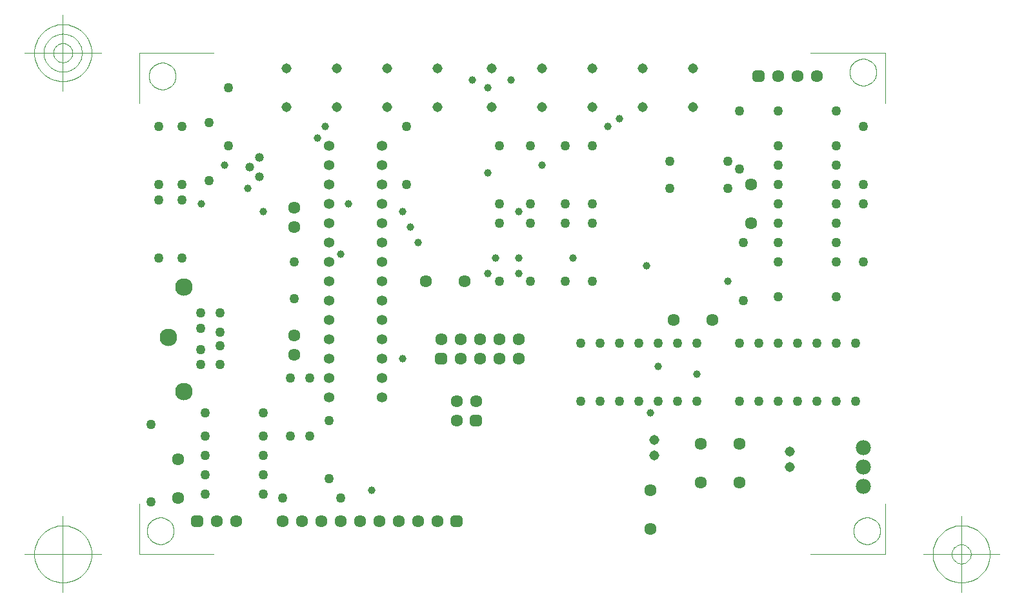
<source format=gbr>
G04 Generated by Ultiboard *
%FSLAX25Y25*%
%MOIN*%

%ADD10C,0.00004*%
%ADD12C,0.00394*%
%ADD13C,0.03937*%
%ADD14C,0.06334*%
%ADD17C,0.05000*%
%ADD18C,0.05166*%
%ADD19C,0.04943*%
%ADD20C,0.09055*%
%ADD21C,0.05337*%
%ADD15R,0.02083X0.02083*%
%ADD16C,0.03917*%
%ADD22C,0.04666*%
%ADD23C,0.07834*%


%LNSolder Mask Bottom*%
%LPD*%
%FSLAX25Y25*%
%MOIN*%
G54D10*
X267890Y7000D02*
X267857Y7675D01*
X267857Y7675D02*
X267757Y8344D01*
X267757Y8344D02*
X267593Y9000D01*
X267593Y9000D02*
X267365Y9637D01*
X267365Y9637D02*
X267076Y10248D01*
X267076Y10248D02*
X266729Y10828D01*
X266729Y10828D02*
X266326Y11371D01*
X266326Y11371D02*
X265872Y11872D01*
X265872Y11872D02*
X265371Y12326D01*
X265371Y12326D02*
X264828Y12729D01*
X264828Y12729D02*
X264248Y13076D01*
X264248Y13076D02*
X263637Y13365D01*
X263637Y13365D02*
X263000Y13593D01*
X263000Y13593D02*
X262344Y13757D01*
X262344Y13757D02*
X261675Y13857D01*
X261675Y13857D02*
X261000Y13890D01*
X261000Y13890D02*
X260325Y13857D01*
X260325Y13857D02*
X259656Y13757D01*
X259656Y13757D02*
X259000Y13593D01*
X259000Y13593D02*
X258363Y13365D01*
X258363Y13365D02*
X257752Y13076D01*
X257752Y13076D02*
X257172Y12729D01*
X257172Y12729D02*
X256629Y12326D01*
X256629Y12326D02*
X256128Y11872D01*
X256128Y11872D02*
X255674Y11371D01*
X255674Y11371D02*
X255271Y10828D01*
X255271Y10828D02*
X254924Y10248D01*
X254924Y10248D02*
X254635Y9637D01*
X254635Y9637D02*
X254407Y9000D01*
X254407Y9000D02*
X254243Y8344D01*
X254243Y8344D02*
X254143Y7675D01*
X254143Y7675D02*
X254110Y7000D01*
X254110Y7000D02*
X254143Y6325D01*
X254143Y6325D02*
X254243Y5656D01*
X254243Y5656D02*
X254407Y5000D01*
X254407Y5000D02*
X254635Y4363D01*
X254635Y4363D02*
X254924Y3752D01*
X254924Y3752D02*
X255271Y3172D01*
X255271Y3172D02*
X255674Y2629D01*
X255674Y2629D02*
X256128Y2128D01*
X256128Y2128D02*
X256629Y1674D01*
X256629Y1674D02*
X257172Y1271D01*
X257172Y1271D02*
X257752Y924D01*
X257752Y924D02*
X258363Y635D01*
X258363Y635D02*
X259000Y407D01*
X259000Y407D02*
X259656Y243D01*
X259656Y243D02*
X260325Y143D01*
X260325Y143D02*
X261000Y110D01*
X261000Y110D02*
X261675Y143D01*
X261675Y143D02*
X262344Y243D01*
X262344Y243D02*
X263000Y407D01*
X263000Y407D02*
X263637Y635D01*
X263637Y635D02*
X264248Y924D01*
X264248Y924D02*
X264828Y1271D01*
X264828Y1271D02*
X265371Y1674D01*
X265371Y1674D02*
X265872Y2128D01*
X265872Y2128D02*
X266326Y2629D01*
X266326Y2629D02*
X266729Y3172D01*
X266729Y3172D02*
X267076Y3752D01*
X267076Y3752D02*
X267365Y4363D01*
X267365Y4363D02*
X267593Y5000D01*
X267593Y5000D02*
X267757Y5656D01*
X267757Y5656D02*
X267857Y6325D01*
X267857Y6325D02*
X267890Y7000D01*
X268890Y242000D02*
X268857Y242675D01*
X268857Y242675D02*
X268757Y243344D01*
X268757Y243344D02*
X268593Y244000D01*
X268593Y244000D02*
X268365Y244637D01*
X268365Y244637D02*
X268076Y245248D01*
X268076Y245248D02*
X267729Y245828D01*
X267729Y245828D02*
X267326Y246371D01*
X267326Y246371D02*
X266872Y246872D01*
X266872Y246872D02*
X266371Y247326D01*
X266371Y247326D02*
X265828Y247729D01*
X265828Y247729D02*
X265248Y248076D01*
X265248Y248076D02*
X264637Y248365D01*
X264637Y248365D02*
X264000Y248593D01*
X264000Y248593D02*
X263344Y248757D01*
X263344Y248757D02*
X262675Y248857D01*
X262675Y248857D02*
X262000Y248890D01*
X262000Y248890D02*
X261325Y248857D01*
X261325Y248857D02*
X260656Y248757D01*
X260656Y248757D02*
X260000Y248593D01*
X260000Y248593D02*
X259363Y248365D01*
X259363Y248365D02*
X258752Y248076D01*
X258752Y248076D02*
X258172Y247729D01*
X258172Y247729D02*
X257629Y247326D01*
X257629Y247326D02*
X257128Y246872D01*
X257128Y246872D02*
X256674Y246371D01*
X256674Y246371D02*
X256271Y245828D01*
X256271Y245828D02*
X255924Y245248D01*
X255924Y245248D02*
X255635Y244637D01*
X255635Y244637D02*
X255407Y244000D01*
X255407Y244000D02*
X255243Y243344D01*
X255243Y243344D02*
X255143Y242675D01*
X255143Y242675D02*
X255110Y242000D01*
X255110Y242000D02*
X255143Y241325D01*
X255143Y241325D02*
X255243Y240656D01*
X255243Y240656D02*
X255407Y240000D01*
X255407Y240000D02*
X255635Y239363D01*
X255635Y239363D02*
X255924Y238752D01*
X255924Y238752D02*
X256271Y238172D01*
X256271Y238172D02*
X256674Y237629D01*
X256674Y237629D02*
X257128Y237128D01*
X257128Y237128D02*
X257629Y236674D01*
X257629Y236674D02*
X258172Y236271D01*
X258172Y236271D02*
X258752Y235924D01*
X258752Y235924D02*
X259363Y235635D01*
X259363Y235635D02*
X260000Y235407D01*
X260000Y235407D02*
X260656Y235243D01*
X260656Y235243D02*
X261325Y235143D01*
X261325Y235143D02*
X262000Y235110D01*
X262000Y235110D02*
X262675Y235143D01*
X262675Y235143D02*
X263344Y235243D01*
X263344Y235243D02*
X264000Y235407D01*
X264000Y235407D02*
X264637Y235635D01*
X264637Y235635D02*
X265248Y235924D01*
X265248Y235924D02*
X265828Y236271D01*
X265828Y236271D02*
X266371Y236674D01*
X266371Y236674D02*
X266872Y237128D01*
X266872Y237128D02*
X267326Y237629D01*
X267326Y237629D02*
X267729Y238172D01*
X267729Y238172D02*
X268076Y238752D01*
X268076Y238752D02*
X268365Y239363D01*
X268365Y239363D02*
X268593Y240000D01*
X268593Y240000D02*
X268757Y240656D01*
X268757Y240656D02*
X268857Y241325D01*
X268857Y241325D02*
X268890Y242000D01*
X632890Y7000D02*
X632857Y7675D01*
X632857Y7675D02*
X632757Y8344D01*
X632757Y8344D02*
X632593Y9000D01*
X632593Y9000D02*
X632365Y9637D01*
X632365Y9637D02*
X632076Y10248D01*
X632076Y10248D02*
X631729Y10828D01*
X631729Y10828D02*
X631326Y11371D01*
X631326Y11371D02*
X630872Y11872D01*
X630872Y11872D02*
X630371Y12326D01*
X630371Y12326D02*
X629828Y12729D01*
X629828Y12729D02*
X629248Y13076D01*
X629248Y13076D02*
X628637Y13365D01*
X628637Y13365D02*
X628000Y13593D01*
X628000Y13593D02*
X627344Y13757D01*
X627344Y13757D02*
X626675Y13857D01*
X626675Y13857D02*
X626000Y13890D01*
X626000Y13890D02*
X625325Y13857D01*
X625325Y13857D02*
X624656Y13757D01*
X624656Y13757D02*
X624000Y13593D01*
X624000Y13593D02*
X623363Y13365D01*
X623363Y13365D02*
X622752Y13076D01*
X622752Y13076D02*
X622172Y12729D01*
X622172Y12729D02*
X621629Y12326D01*
X621629Y12326D02*
X621128Y11872D01*
X621128Y11872D02*
X620674Y11371D01*
X620674Y11371D02*
X620271Y10828D01*
X620271Y10828D02*
X619924Y10248D01*
X619924Y10248D02*
X619635Y9637D01*
X619635Y9637D02*
X619407Y9000D01*
X619407Y9000D02*
X619243Y8344D01*
X619243Y8344D02*
X619143Y7675D01*
X619143Y7675D02*
X619110Y7000D01*
X619110Y7000D02*
X619143Y6325D01*
X619143Y6325D02*
X619243Y5656D01*
X619243Y5656D02*
X619407Y5000D01*
X619407Y5000D02*
X619635Y4363D01*
X619635Y4363D02*
X619924Y3752D01*
X619924Y3752D02*
X620271Y3172D01*
X620271Y3172D02*
X620674Y2629D01*
X620674Y2629D02*
X621128Y2128D01*
X621128Y2128D02*
X621629Y1674D01*
X621629Y1674D02*
X622172Y1271D01*
X622172Y1271D02*
X622752Y924D01*
X622752Y924D02*
X623363Y635D01*
X623363Y635D02*
X624000Y407D01*
X624000Y407D02*
X624656Y243D01*
X624656Y243D02*
X625325Y143D01*
X625325Y143D02*
X626000Y110D01*
X626000Y110D02*
X626675Y143D01*
X626675Y143D02*
X627344Y243D01*
X627344Y243D02*
X628000Y407D01*
X628000Y407D02*
X628637Y635D01*
X628637Y635D02*
X629248Y924D01*
X629248Y924D02*
X629828Y1271D01*
X629828Y1271D02*
X630371Y1674D01*
X630371Y1674D02*
X630872Y2128D01*
X630872Y2128D02*
X631326Y2629D01*
X631326Y2629D02*
X631729Y3172D01*
X631729Y3172D02*
X632076Y3752D01*
X632076Y3752D02*
X632365Y4363D01*
X632365Y4363D02*
X632593Y5000D01*
X632593Y5000D02*
X632757Y5656D01*
X632757Y5656D02*
X632857Y6325D01*
X632857Y6325D02*
X632890Y7000D01*
X630890Y244000D02*
X630857Y244675D01*
X630857Y244675D02*
X630757Y245344D01*
X630757Y245344D02*
X630593Y246000D01*
X630593Y246000D02*
X630365Y246637D01*
X630365Y246637D02*
X630076Y247248D01*
X630076Y247248D02*
X629729Y247828D01*
X629729Y247828D02*
X629326Y248371D01*
X629326Y248371D02*
X628872Y248872D01*
X628872Y248872D02*
X628371Y249326D01*
X628371Y249326D02*
X627828Y249729D01*
X627828Y249729D02*
X627248Y250076D01*
X627248Y250076D02*
X626637Y250365D01*
X626637Y250365D02*
X626000Y250593D01*
X626000Y250593D02*
X625344Y250757D01*
X625344Y250757D02*
X624675Y250857D01*
X624675Y250857D02*
X624000Y250890D01*
X624000Y250890D02*
X623325Y250857D01*
X623325Y250857D02*
X622656Y250757D01*
X622656Y250757D02*
X622000Y250593D01*
X622000Y250593D02*
X621363Y250365D01*
X621363Y250365D02*
X620752Y250076D01*
X620752Y250076D02*
X620172Y249729D01*
X620172Y249729D02*
X619629Y249326D01*
X619629Y249326D02*
X619128Y248872D01*
X619128Y248872D02*
X618674Y248371D01*
X618674Y248371D02*
X618271Y247828D01*
X618271Y247828D02*
X617924Y247248D01*
X617924Y247248D02*
X617635Y246637D01*
X617635Y246637D02*
X617407Y246000D01*
X617407Y246000D02*
X617243Y245344D01*
X617243Y245344D02*
X617143Y244675D01*
X617143Y244675D02*
X617110Y244000D01*
X617110Y244000D02*
X617143Y243325D01*
X617143Y243325D02*
X617243Y242656D01*
X617243Y242656D02*
X617407Y242000D01*
X617407Y242000D02*
X617635Y241363D01*
X617635Y241363D02*
X617924Y240752D01*
X617924Y240752D02*
X618271Y240172D01*
X618271Y240172D02*
X618674Y239629D01*
X618674Y239629D02*
X619128Y239128D01*
X619128Y239128D02*
X619629Y238674D01*
X619629Y238674D02*
X620172Y238271D01*
X620172Y238271D02*
X620752Y237924D01*
X620752Y237924D02*
X621363Y237635D01*
X621363Y237635D02*
X622000Y237407D01*
X622000Y237407D02*
X622656Y237243D01*
X622656Y237243D02*
X623325Y237143D01*
X623325Y237143D02*
X624000Y237110D01*
X624000Y237110D02*
X624675Y237143D01*
X624675Y237143D02*
X625344Y237243D01*
X625344Y237243D02*
X626000Y237407D01*
X626000Y237407D02*
X626637Y237635D01*
X626637Y237635D02*
X627248Y237924D01*
X627248Y237924D02*
X627828Y238271D01*
X627828Y238271D02*
X628371Y238674D01*
X628371Y238674D02*
X628872Y239128D01*
X628872Y239128D02*
X629326Y239629D01*
X629326Y239629D02*
X629729Y240172D01*
X629729Y240172D02*
X630076Y240752D01*
X630076Y240752D02*
X630365Y241363D01*
X630365Y241363D02*
X630593Y242000D01*
X630593Y242000D02*
X630757Y242656D01*
X630757Y242656D02*
X630857Y243325D01*
X630857Y243325D02*
X630890Y244000D01*
G54D12*
X250000Y-5000D02*
X250000Y20900D01*
X250000Y-5000D02*
X288541Y-5000D01*
X635413Y-5000D02*
X596872Y-5000D01*
X635413Y-5000D02*
X635413Y20900D01*
X635413Y254000D02*
X635413Y228100D01*
X635413Y254000D02*
X596872Y254000D01*
X250000Y254000D02*
X288541Y254000D01*
X250000Y254000D02*
X250000Y228100D01*
X230315Y-5000D02*
X190945Y-5000D01*
X210630Y-24685D02*
X210630Y14685D01*
X225394Y-5000D02*
X225323Y-3553D01*
X225323Y-3553D02*
X225110Y-2120D01*
X225110Y-2120D02*
X224758Y-714D01*
X224758Y-714D02*
X224270Y650D01*
X224270Y650D02*
X223650Y1960D01*
X223650Y1960D02*
X222906Y3202D01*
X222906Y3202D02*
X222042Y4366D01*
X222042Y4366D02*
X221069Y5440D01*
X221069Y5440D02*
X219996Y6413D01*
X219996Y6413D02*
X218832Y7276D01*
X218832Y7276D02*
X217590Y8020D01*
X217590Y8020D02*
X216280Y8640D01*
X216280Y8640D02*
X214916Y9128D01*
X214916Y9128D02*
X213510Y9480D01*
X213510Y9480D02*
X212077Y9693D01*
X212077Y9693D02*
X210630Y9764D01*
X210630Y9764D02*
X209183Y9693D01*
X209183Y9693D02*
X207750Y9480D01*
X207750Y9480D02*
X206344Y9128D01*
X206344Y9128D02*
X204980Y8640D01*
X204980Y8640D02*
X203670Y8020D01*
X203670Y8020D02*
X202428Y7276D01*
X202428Y7276D02*
X201264Y6413D01*
X201264Y6413D02*
X200190Y5440D01*
X200190Y5440D02*
X199217Y4366D01*
X199217Y4366D02*
X198354Y3202D01*
X198354Y3202D02*
X197609Y1960D01*
X197609Y1960D02*
X196990Y650D01*
X196990Y650D02*
X196502Y-714D01*
X196502Y-714D02*
X196150Y-2120D01*
X196150Y-2120D02*
X195937Y-3553D01*
X195937Y-3553D02*
X195866Y-5000D01*
X195866Y-5000D02*
X195937Y-6447D01*
X195937Y-6447D02*
X196150Y-7880D01*
X196150Y-7880D02*
X196502Y-9286D01*
X196502Y-9286D02*
X196990Y-10650D01*
X196990Y-10650D02*
X197609Y-11960D01*
X197609Y-11960D02*
X198354Y-13202D01*
X198354Y-13202D02*
X199217Y-14366D01*
X199217Y-14366D02*
X200190Y-15440D01*
X200190Y-15440D02*
X201264Y-16413D01*
X201264Y-16413D02*
X202428Y-17276D01*
X202428Y-17276D02*
X203670Y-18020D01*
X203670Y-18020D02*
X204980Y-18640D01*
X204980Y-18640D02*
X206344Y-19128D01*
X206344Y-19128D02*
X207750Y-19480D01*
X207750Y-19480D02*
X209183Y-19693D01*
X209183Y-19693D02*
X210630Y-19764D01*
X210630Y-19764D02*
X212077Y-19693D01*
X212077Y-19693D02*
X213510Y-19480D01*
X213510Y-19480D02*
X214916Y-19128D01*
X214916Y-19128D02*
X216280Y-18640D01*
X216280Y-18640D02*
X217590Y-18020D01*
X217590Y-18020D02*
X218832Y-17276D01*
X218832Y-17276D02*
X219996Y-16413D01*
X219996Y-16413D02*
X221069Y-15440D01*
X221069Y-15440D02*
X222042Y-14366D01*
X222042Y-14366D02*
X222906Y-13202D01*
X222906Y-13202D02*
X223650Y-11960D01*
X223650Y-11960D02*
X224270Y-10650D01*
X224270Y-10650D02*
X224758Y-9286D01*
X224758Y-9286D02*
X225110Y-7880D01*
X225110Y-7880D02*
X225323Y-6447D01*
X225323Y-6447D02*
X225394Y-5000D01*
X655098Y-5000D02*
X694468Y-5000D01*
X674783Y-24685D02*
X674783Y14685D01*
X689547Y-5000D02*
X689476Y-3553D01*
X689476Y-3553D02*
X689263Y-2120D01*
X689263Y-2120D02*
X688911Y-714D01*
X688911Y-714D02*
X688423Y650D01*
X688423Y650D02*
X687804Y1960D01*
X687804Y1960D02*
X687059Y3202D01*
X687059Y3202D02*
X686196Y4366D01*
X686196Y4366D02*
X685223Y5440D01*
X685223Y5440D02*
X684149Y6413D01*
X684149Y6413D02*
X682985Y7276D01*
X682985Y7276D02*
X681743Y8020D01*
X681743Y8020D02*
X680433Y8640D01*
X680433Y8640D02*
X679069Y9128D01*
X679069Y9128D02*
X677663Y9480D01*
X677663Y9480D02*
X676230Y9693D01*
X676230Y9693D02*
X674783Y9764D01*
X674783Y9764D02*
X673336Y9693D01*
X673336Y9693D02*
X671903Y9480D01*
X671903Y9480D02*
X670497Y9128D01*
X670497Y9128D02*
X669133Y8640D01*
X669133Y8640D02*
X667823Y8020D01*
X667823Y8020D02*
X666581Y7276D01*
X666581Y7276D02*
X665417Y6413D01*
X665417Y6413D02*
X664344Y5440D01*
X664344Y5440D02*
X663371Y4366D01*
X663371Y4366D02*
X662507Y3202D01*
X662507Y3202D02*
X661763Y1960D01*
X661763Y1960D02*
X661143Y650D01*
X661143Y650D02*
X660655Y-714D01*
X660655Y-714D02*
X660303Y-2120D01*
X660303Y-2120D02*
X660090Y-3553D01*
X660090Y-3553D02*
X660019Y-5000D01*
X660019Y-5000D02*
X660090Y-6447D01*
X660090Y-6447D02*
X660303Y-7880D01*
X660303Y-7880D02*
X660655Y-9286D01*
X660655Y-9286D02*
X661143Y-10650D01*
X661143Y-10650D02*
X661763Y-11960D01*
X661763Y-11960D02*
X662507Y-13202D01*
X662507Y-13202D02*
X663371Y-14366D01*
X663371Y-14366D02*
X664344Y-15440D01*
X664344Y-15440D02*
X665417Y-16413D01*
X665417Y-16413D02*
X666581Y-17276D01*
X666581Y-17276D02*
X667823Y-18020D01*
X667823Y-18020D02*
X669133Y-18640D01*
X669133Y-18640D02*
X670497Y-19128D01*
X670497Y-19128D02*
X671903Y-19480D01*
X671903Y-19480D02*
X673336Y-19693D01*
X673336Y-19693D02*
X674783Y-19764D01*
X674783Y-19764D02*
X676230Y-19693D01*
X676230Y-19693D02*
X677663Y-19480D01*
X677663Y-19480D02*
X679069Y-19128D01*
X679069Y-19128D02*
X680433Y-18640D01*
X680433Y-18640D02*
X681743Y-18020D01*
X681743Y-18020D02*
X682985Y-17276D01*
X682985Y-17276D02*
X684149Y-16413D01*
X684149Y-16413D02*
X685223Y-15440D01*
X685223Y-15440D02*
X686196Y-14366D01*
X686196Y-14366D02*
X687059Y-13202D01*
X687059Y-13202D02*
X687804Y-11960D01*
X687804Y-11960D02*
X688423Y-10650D01*
X688423Y-10650D02*
X688911Y-9286D01*
X688911Y-9286D02*
X689263Y-7880D01*
X689263Y-7880D02*
X689476Y-6447D01*
X689476Y-6447D02*
X689547Y-5000D01*
X679704Y-5000D02*
X679681Y-4518D01*
X679681Y-4518D02*
X679610Y-4040D01*
X679610Y-4040D02*
X679492Y-3571D01*
X679492Y-3571D02*
X679330Y-3117D01*
X679330Y-3117D02*
X679123Y-2680D01*
X679123Y-2680D02*
X678875Y-2266D01*
X678875Y-2266D02*
X678587Y-1878D01*
X678587Y-1878D02*
X678263Y-1520D01*
X678263Y-1520D02*
X677905Y-1196D01*
X677905Y-1196D02*
X677517Y-908D01*
X677517Y-908D02*
X677103Y-660D01*
X677103Y-660D02*
X676666Y-453D01*
X676666Y-453D02*
X676212Y-291D01*
X676212Y-291D02*
X675743Y-173D01*
X675743Y-173D02*
X675265Y-102D01*
X675265Y-102D02*
X674783Y-79D01*
X674783Y-79D02*
X674301Y-102D01*
X674301Y-102D02*
X673823Y-173D01*
X673823Y-173D02*
X673355Y-291D01*
X673355Y-291D02*
X672900Y-453D01*
X672900Y-453D02*
X672463Y-660D01*
X672463Y-660D02*
X672049Y-908D01*
X672049Y-908D02*
X671661Y-1196D01*
X671661Y-1196D02*
X671303Y-1520D01*
X671303Y-1520D02*
X670979Y-1878D01*
X670979Y-1878D02*
X670691Y-2266D01*
X670691Y-2266D02*
X670443Y-2680D01*
X670443Y-2680D02*
X670236Y-3117D01*
X670236Y-3117D02*
X670074Y-3571D01*
X670074Y-3571D02*
X669956Y-4040D01*
X669956Y-4040D02*
X669886Y-4518D01*
X669886Y-4518D02*
X669862Y-5000D01*
X669862Y-5000D02*
X669886Y-5482D01*
X669886Y-5482D02*
X669956Y-5960D01*
X669956Y-5960D02*
X670074Y-6429D01*
X670074Y-6429D02*
X670236Y-6883D01*
X670236Y-6883D02*
X670443Y-7320D01*
X670443Y-7320D02*
X670691Y-7734D01*
X670691Y-7734D02*
X670979Y-8122D01*
X670979Y-8122D02*
X671303Y-8480D01*
X671303Y-8480D02*
X671661Y-8804D01*
X671661Y-8804D02*
X672049Y-9092D01*
X672049Y-9092D02*
X672463Y-9340D01*
X672463Y-9340D02*
X672900Y-9547D01*
X672900Y-9547D02*
X673355Y-9709D01*
X673355Y-9709D02*
X673823Y-9827D01*
X673823Y-9827D02*
X674301Y-9898D01*
X674301Y-9898D02*
X674783Y-9921D01*
X674783Y-9921D02*
X675265Y-9898D01*
X675265Y-9898D02*
X675743Y-9827D01*
X675743Y-9827D02*
X676212Y-9709D01*
X676212Y-9709D02*
X676666Y-9547D01*
X676666Y-9547D02*
X677103Y-9340D01*
X677103Y-9340D02*
X677517Y-9092D01*
X677517Y-9092D02*
X677905Y-8804D01*
X677905Y-8804D02*
X678263Y-8480D01*
X678263Y-8480D02*
X678587Y-8122D01*
X678587Y-8122D02*
X678875Y-7734D01*
X678875Y-7734D02*
X679123Y-7320D01*
X679123Y-7320D02*
X679330Y-6883D01*
X679330Y-6883D02*
X679492Y-6429D01*
X679492Y-6429D02*
X679610Y-5960D01*
X679610Y-5960D02*
X679681Y-5482D01*
X679681Y-5482D02*
X679704Y-5000D01*
X230315Y254000D02*
X190945Y254000D01*
X210630Y234315D02*
X210630Y273685D01*
X225394Y254000D02*
X225323Y255447D01*
X225323Y255447D02*
X225110Y256880D01*
X225110Y256880D02*
X224758Y258286D01*
X224758Y258286D02*
X224270Y259650D01*
X224270Y259650D02*
X223650Y260960D01*
X223650Y260960D02*
X222906Y262202D01*
X222906Y262202D02*
X222042Y263366D01*
X222042Y263366D02*
X221069Y264440D01*
X221069Y264440D02*
X219996Y265413D01*
X219996Y265413D02*
X218832Y266276D01*
X218832Y266276D02*
X217590Y267020D01*
X217590Y267020D02*
X216280Y267640D01*
X216280Y267640D02*
X214916Y268128D01*
X214916Y268128D02*
X213510Y268480D01*
X213510Y268480D02*
X212077Y268693D01*
X212077Y268693D02*
X210630Y268764D01*
X210630Y268764D02*
X209183Y268693D01*
X209183Y268693D02*
X207750Y268480D01*
X207750Y268480D02*
X206344Y268128D01*
X206344Y268128D02*
X204980Y267640D01*
X204980Y267640D02*
X203670Y267020D01*
X203670Y267020D02*
X202428Y266276D01*
X202428Y266276D02*
X201264Y265413D01*
X201264Y265413D02*
X200190Y264440D01*
X200190Y264440D02*
X199217Y263366D01*
X199217Y263366D02*
X198354Y262202D01*
X198354Y262202D02*
X197609Y260960D01*
X197609Y260960D02*
X196990Y259650D01*
X196990Y259650D02*
X196502Y258286D01*
X196502Y258286D02*
X196150Y256880D01*
X196150Y256880D02*
X195937Y255447D01*
X195937Y255447D02*
X195866Y254000D01*
X195866Y254000D02*
X195937Y252553D01*
X195937Y252553D02*
X196150Y251120D01*
X196150Y251120D02*
X196502Y249714D01*
X196502Y249714D02*
X196990Y248350D01*
X196990Y248350D02*
X197609Y247040D01*
X197609Y247040D02*
X198354Y245798D01*
X198354Y245798D02*
X199217Y244634D01*
X199217Y244634D02*
X200190Y243560D01*
X200190Y243560D02*
X201264Y242587D01*
X201264Y242587D02*
X202428Y241724D01*
X202428Y241724D02*
X203670Y240980D01*
X203670Y240980D02*
X204980Y240360D01*
X204980Y240360D02*
X206344Y239872D01*
X206344Y239872D02*
X207750Y239520D01*
X207750Y239520D02*
X209183Y239307D01*
X209183Y239307D02*
X210630Y239236D01*
X210630Y239236D02*
X212077Y239307D01*
X212077Y239307D02*
X213510Y239520D01*
X213510Y239520D02*
X214916Y239872D01*
X214916Y239872D02*
X216280Y240360D01*
X216280Y240360D02*
X217590Y240980D01*
X217590Y240980D02*
X218832Y241724D01*
X218832Y241724D02*
X219996Y242587D01*
X219996Y242587D02*
X221069Y243560D01*
X221069Y243560D02*
X222042Y244634D01*
X222042Y244634D02*
X222906Y245798D01*
X222906Y245798D02*
X223650Y247040D01*
X223650Y247040D02*
X224270Y248350D01*
X224270Y248350D02*
X224758Y249714D01*
X224758Y249714D02*
X225110Y251120D01*
X225110Y251120D02*
X225323Y252553D01*
X225323Y252553D02*
X225394Y254000D01*
X220472Y254000D02*
X220425Y254965D01*
X220425Y254965D02*
X220283Y255920D01*
X220283Y255920D02*
X220049Y256857D01*
X220049Y256857D02*
X219723Y257767D01*
X219723Y257767D02*
X219310Y258640D01*
X219310Y258640D02*
X218814Y259468D01*
X218814Y259468D02*
X218238Y260244D01*
X218238Y260244D02*
X217590Y260960D01*
X217590Y260960D02*
X216874Y261608D01*
X216874Y261608D02*
X216098Y262184D01*
X216098Y262184D02*
X215270Y262680D01*
X215270Y262680D02*
X214396Y263093D01*
X214396Y263093D02*
X213487Y263419D01*
X213487Y263419D02*
X212550Y263653D01*
X212550Y263653D02*
X211595Y263795D01*
X211595Y263795D02*
X210630Y263843D01*
X210630Y263843D02*
X209665Y263795D01*
X209665Y263795D02*
X208710Y263653D01*
X208710Y263653D02*
X207773Y263419D01*
X207773Y263419D02*
X206863Y263093D01*
X206863Y263093D02*
X205990Y262680D01*
X205990Y262680D02*
X205162Y262184D01*
X205162Y262184D02*
X204386Y261608D01*
X204386Y261608D02*
X203670Y260960D01*
X203670Y260960D02*
X203022Y260244D01*
X203022Y260244D02*
X202446Y259468D01*
X202446Y259468D02*
X201950Y258640D01*
X201950Y258640D02*
X201537Y257767D01*
X201537Y257767D02*
X201211Y256857D01*
X201211Y256857D02*
X200977Y255920D01*
X200977Y255920D02*
X200835Y254965D01*
X200835Y254965D02*
X200787Y254000D01*
X200787Y254000D02*
X200835Y253035D01*
X200835Y253035D02*
X200977Y252080D01*
X200977Y252080D02*
X201211Y251143D01*
X201211Y251143D02*
X201537Y250233D01*
X201537Y250233D02*
X201950Y249360D01*
X201950Y249360D02*
X202446Y248532D01*
X202446Y248532D02*
X203022Y247756D01*
X203022Y247756D02*
X203670Y247040D01*
X203670Y247040D02*
X204386Y246392D01*
X204386Y246392D02*
X205162Y245816D01*
X205162Y245816D02*
X205990Y245320D01*
X205990Y245320D02*
X206863Y244907D01*
X206863Y244907D02*
X207773Y244581D01*
X207773Y244581D02*
X208710Y244347D01*
X208710Y244347D02*
X209665Y244205D01*
X209665Y244205D02*
X210630Y244157D01*
X210630Y244157D02*
X211595Y244205D01*
X211595Y244205D02*
X212550Y244347D01*
X212550Y244347D02*
X213487Y244581D01*
X213487Y244581D02*
X214396Y244907D01*
X214396Y244907D02*
X215270Y245320D01*
X215270Y245320D02*
X216098Y245816D01*
X216098Y245816D02*
X216874Y246392D01*
X216874Y246392D02*
X217590Y247040D01*
X217590Y247040D02*
X218238Y247756D01*
X218238Y247756D02*
X218814Y248532D01*
X218814Y248532D02*
X219310Y249360D01*
X219310Y249360D02*
X219723Y250233D01*
X219723Y250233D02*
X220049Y251143D01*
X220049Y251143D02*
X220283Y252080D01*
X220283Y252080D02*
X220425Y253035D01*
X220425Y253035D02*
X220472Y254000D01*
X215551Y254000D02*
X215527Y254482D01*
X215527Y254482D02*
X215457Y254960D01*
X215457Y254960D02*
X215339Y255429D01*
X215339Y255429D02*
X215177Y255883D01*
X215177Y255883D02*
X214970Y256320D01*
X214970Y256320D02*
X214722Y256734D01*
X214722Y256734D02*
X214434Y257122D01*
X214434Y257122D02*
X214110Y257480D01*
X214110Y257480D02*
X213752Y257804D01*
X213752Y257804D02*
X213364Y258092D01*
X213364Y258092D02*
X212950Y258340D01*
X212950Y258340D02*
X212513Y258547D01*
X212513Y258547D02*
X212058Y258709D01*
X212058Y258709D02*
X211590Y258827D01*
X211590Y258827D02*
X211112Y258898D01*
X211112Y258898D02*
X210630Y258921D01*
X210630Y258921D02*
X210148Y258898D01*
X210148Y258898D02*
X209670Y258827D01*
X209670Y258827D02*
X209201Y258709D01*
X209201Y258709D02*
X208747Y258547D01*
X208747Y258547D02*
X208310Y258340D01*
X208310Y258340D02*
X207896Y258092D01*
X207896Y258092D02*
X207508Y257804D01*
X207508Y257804D02*
X207150Y257480D01*
X207150Y257480D02*
X206826Y257122D01*
X206826Y257122D02*
X206538Y256734D01*
X206538Y256734D02*
X206290Y256320D01*
X206290Y256320D02*
X206083Y255883D01*
X206083Y255883D02*
X205921Y255429D01*
X205921Y255429D02*
X205803Y254960D01*
X205803Y254960D02*
X205732Y254482D01*
X205732Y254482D02*
X205709Y254000D01*
X205709Y254000D02*
X205732Y253518D01*
X205732Y253518D02*
X205803Y253040D01*
X205803Y253040D02*
X205921Y252571D01*
X205921Y252571D02*
X206083Y252117D01*
X206083Y252117D02*
X206290Y251680D01*
X206290Y251680D02*
X206538Y251266D01*
X206538Y251266D02*
X206826Y250878D01*
X206826Y250878D02*
X207150Y250520D01*
X207150Y250520D02*
X207508Y250196D01*
X207508Y250196D02*
X207896Y249908D01*
X207896Y249908D02*
X208310Y249660D01*
X208310Y249660D02*
X208747Y249453D01*
X208747Y249453D02*
X209201Y249291D01*
X209201Y249291D02*
X209670Y249173D01*
X209670Y249173D02*
X210148Y249102D01*
X210148Y249102D02*
X210630Y249079D01*
X210630Y249079D02*
X211112Y249102D01*
X211112Y249102D02*
X211590Y249173D01*
X211590Y249173D02*
X212058Y249291D01*
X212058Y249291D02*
X212513Y249453D01*
X212513Y249453D02*
X212950Y249660D01*
X212950Y249660D02*
X213364Y249908D01*
X213364Y249908D02*
X213752Y250196D01*
X213752Y250196D02*
X214110Y250520D01*
X214110Y250520D02*
X214434Y250878D01*
X214434Y250878D02*
X214722Y251266D01*
X214722Y251266D02*
X214970Y251680D01*
X214970Y251680D02*
X215177Y252117D01*
X215177Y252117D02*
X215339Y252571D01*
X215339Y252571D02*
X215457Y253040D01*
X215457Y253040D02*
X215527Y253518D01*
X215527Y253518D02*
X215551Y254000D01*
G54D13*
X370000Y28000D03*
X314000Y172000D03*
X282000Y176000D03*
X306000Y184000D03*
X294000Y196000D03*
X354000Y150000D03*
X358000Y176000D03*
X346000Y216000D03*
X342000Y210000D03*
X386000Y96000D03*
X442000Y240000D03*
X394000Y156000D03*
X386000Y172000D03*
X390000Y164000D03*
X430000Y140000D03*
X434000Y148000D03*
X430000Y192000D03*
X422000Y240000D03*
X430000Y236000D03*
X474000Y148000D03*
X446000Y140000D03*
X446000Y148000D03*
X446000Y172000D03*
X458000Y196000D03*
X498000Y220000D03*
X492000Y216000D03*
X538000Y88000D03*
X518000Y92000D03*
X514000Y68000D03*
X512000Y144000D03*
X554000Y136000D03*
G54D14*
X514000Y8000D03*
X514000Y28000D03*
X344000Y12000D03*
X324000Y12000D03*
X334000Y12000D03*
X364000Y12000D03*
X354000Y12000D03*
X374000Y12000D03*
X394000Y12000D03*
X384000Y12000D03*
X404000Y12000D03*
X300000Y12000D03*
X290000Y12000D03*
X270000Y24000D03*
X270000Y44000D03*
X330000Y108000D03*
X330000Y98000D03*
X330000Y174000D03*
X330000Y164000D03*
X398000Y136000D03*
X418000Y136000D03*
X406000Y106000D03*
X416000Y96000D03*
X426000Y96000D03*
X436000Y96000D03*
X426000Y106000D03*
X416000Y106000D03*
X436000Y106000D03*
X446000Y96000D03*
X446000Y106000D03*
X414000Y64000D03*
X424000Y74000D03*
X414000Y74000D03*
X526000Y116000D03*
X546000Y116000D03*
X560000Y32000D03*
X560000Y52000D03*
X540000Y32000D03*
X540000Y52000D03*
X566000Y186000D03*
X566000Y166000D03*
X600000Y242000D03*
X580000Y242000D03*
X590000Y242000D03*
G54D17*
X488000Y74000D03*
X478000Y74000D03*
X498000Y74000D03*
X538000Y74000D03*
X518000Y74000D03*
X508000Y74000D03*
X528000Y74000D03*
X488000Y104000D03*
X478000Y104000D03*
X498000Y104000D03*
X538000Y104000D03*
X518000Y104000D03*
X508000Y104000D03*
X528000Y104000D03*
X256000Y62000D03*
X256000Y22000D03*
X330000Y126833D03*
X330000Y146000D03*
X284000Y56000D03*
X284000Y46000D03*
X284000Y36000D03*
X284000Y26000D03*
X314000Y56000D03*
X314000Y26000D03*
X314000Y46000D03*
X314000Y36000D03*
X314000Y68000D03*
X284000Y68000D03*
X348000Y64000D03*
X348000Y34000D03*
X338000Y56000D03*
X338000Y86000D03*
X328000Y56000D03*
X328000Y86000D03*
X324000Y24000D03*
X354000Y24000D03*
X260000Y186000D03*
X260000Y216000D03*
X286000Y188000D03*
X286000Y218000D03*
X272000Y186000D03*
X272000Y216000D03*
X260000Y148000D03*
X260000Y178000D03*
X272000Y148000D03*
X272000Y178000D03*
X296000Y206000D03*
X296000Y236000D03*
X436000Y136000D03*
X436000Y166000D03*
X436000Y176000D03*
X436000Y206000D03*
X388000Y186000D03*
X388000Y216000D03*
X452000Y176000D03*
X452000Y206000D03*
X470000Y176000D03*
X470000Y206000D03*
X484000Y176000D03*
X484000Y206000D03*
X470000Y136000D03*
X470000Y166000D03*
X452000Y136000D03*
X452000Y166000D03*
X484000Y136000D03*
X484000Y166000D03*
X570000Y74000D03*
X560000Y74000D03*
X600000Y74000D03*
X580000Y74000D03*
X590000Y74000D03*
X610000Y74000D03*
X620000Y74000D03*
X570000Y104000D03*
X560000Y104000D03*
X600000Y104000D03*
X580000Y104000D03*
X590000Y104000D03*
X610000Y104000D03*
X620000Y104000D03*
X624000Y186000D03*
X624000Y216000D03*
X624000Y146000D03*
X624000Y176000D03*
X580000Y128000D03*
X610000Y128000D03*
X562000Y126000D03*
X562000Y156000D03*
X580000Y186000D03*
X580000Y156000D03*
X580000Y146000D03*
X580000Y176000D03*
X580000Y166000D03*
X580000Y206000D03*
X580000Y196000D03*
X610000Y186000D03*
X610000Y156000D03*
X610000Y146000D03*
X610000Y176000D03*
X610000Y166000D03*
X610000Y206000D03*
X610000Y196000D03*
X524000Y198000D03*
X554000Y198000D03*
X524000Y184000D03*
X554000Y184000D03*
X560000Y194000D03*
X560000Y224000D03*
X580000Y224000D03*
X610000Y224000D03*
G54D18*
X510000Y226000D03*
X510000Y246000D03*
X516000Y46000D03*
X516000Y53833D03*
X378000Y246000D03*
X378000Y226000D03*
X326000Y226000D03*
X326000Y246000D03*
X352000Y226000D03*
X352000Y246000D03*
X432000Y226000D03*
X432000Y246000D03*
X404000Y226000D03*
X404000Y246000D03*
X484000Y226000D03*
X484000Y246000D03*
X458000Y246000D03*
X458000Y226000D03*
X586000Y47814D03*
X586000Y39981D03*
X536000Y226000D03*
X536000Y246000D03*
G54D19*
X281906Y119591D03*
X281906Y100693D03*
X281906Y92819D03*
X281906Y111677D03*
X291748Y92819D03*
X291748Y109748D03*
X291748Y102661D03*
X291748Y119591D03*
G54D20*
X273047Y79000D03*
X265173Y107000D03*
X273047Y133000D03*
G54D21*
X375559Y206000D03*
X375559Y146000D03*
X375559Y176000D03*
X375559Y196000D03*
X375559Y186000D03*
X375559Y156000D03*
X375559Y166000D03*
X375559Y126000D03*
X375559Y136000D03*
X375559Y116000D03*
X375559Y96000D03*
X375559Y106000D03*
X375559Y86000D03*
X375559Y76000D03*
X348000Y126000D03*
X348000Y116000D03*
X348000Y106000D03*
X348000Y96000D03*
X348000Y86000D03*
X348000Y76000D03*
X348000Y186000D03*
X348000Y166000D03*
X348000Y176000D03*
X348000Y156000D03*
X348000Y146000D03*
X348000Y136000D03*
X348000Y206000D03*
X348000Y196000D03*
G54D15*
X414000Y12000D03*
X280000Y12000D03*
X406000Y96000D03*
X424000Y64000D03*
X570000Y242000D03*
G54D16*
X412959Y10959D02*
X415041Y10959D01*
X415041Y13041D01*
X412959Y13041D01*
X412959Y10959D01*D02*
X278959Y10959D02*
X281041Y10959D01*
X281041Y13041D01*
X278959Y13041D01*
X278959Y10959D01*D02*
X404959Y94959D02*
X407041Y94959D01*
X407041Y97041D01*
X404959Y97041D01*
X404959Y94959D01*D02*
X422959Y62959D02*
X425041Y62959D01*
X425041Y65041D01*
X422959Y65041D01*
X422959Y62959D01*D02*
X568959Y240959D02*
X571041Y240959D01*
X571041Y243041D01*
X568959Y243041D01*
X568959Y240959D01*D02*
G54D22*
X312000Y190000D03*
X312000Y200000D03*
X307000Y195000D03*
G54D23*
X624000Y30000D03*
X624000Y50000D03*
X624000Y40000D03*

M00*

</source>
